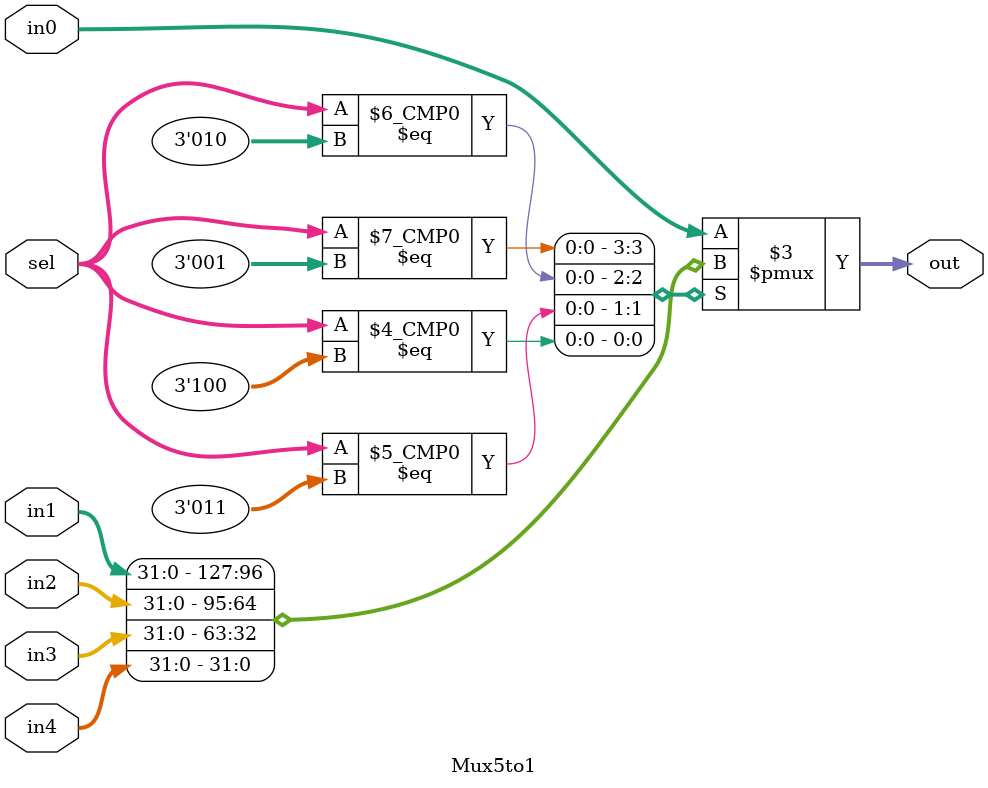
<source format=sv>
module Mux5to1(sel,in0,in1,in2,in3,in4,out);
input [2:0] sel;
input [31:0] in0,in1,in2,in3,in4;
output reg [31:0] out;

always@(*)
 case(sel)
 3'b001:out=in1;
 3'b010:out=in2;
 3'b011:out=in3;
 3'b100:out=in4;
 default:out=in0;
 endcase
endmodule
</source>
